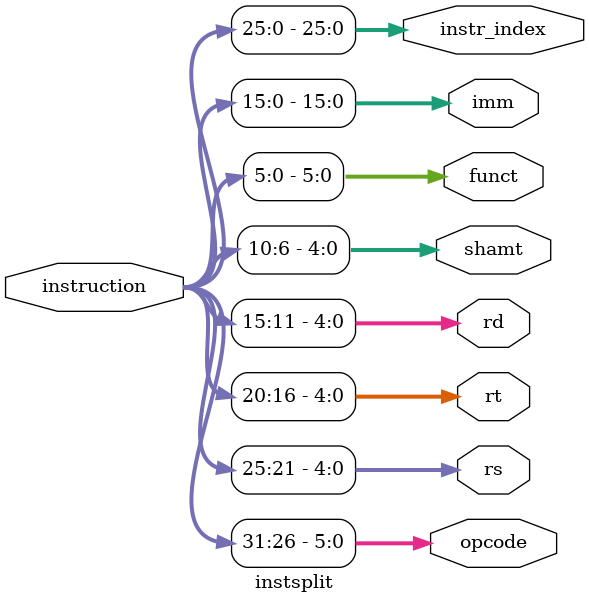
<source format=v>
/** @module instsplit
 *  @brief 指令分割模块
 *  @param opcode 操作码
 *  @param rs 源寄存器1
 *  @param rt 源寄存器2
 *  @param rd 目的寄存器
 *  @param shamt 移位量
 *  @param funct 功能码
 *  @param imm 立即数
 *  @param instr_index 地址
 *  @param instruction 输入指令
 */

module instsplit(
    output [5:0] opcode,
    output [4:0] rs,
    output [4:0] rt,
    output [4:0] rd,
    output [4:0] shamt,
    output [5:0] funct,
    output [15:0] imm,
    output [25:0] instr_index,
    input [31:0] instruction);

    assign opcode = instruction[31:26];
    assign rs = instruction[25:21];
    assign rt = instruction[20:16];
    assign rd = instruction[15:11];
    assign shamt = instruction[10:6];
    assign funct = instruction[5:0];
    assign imm = instruction[15:0];
    assign instr_index = instruction[25:0];

endmodule
</source>
